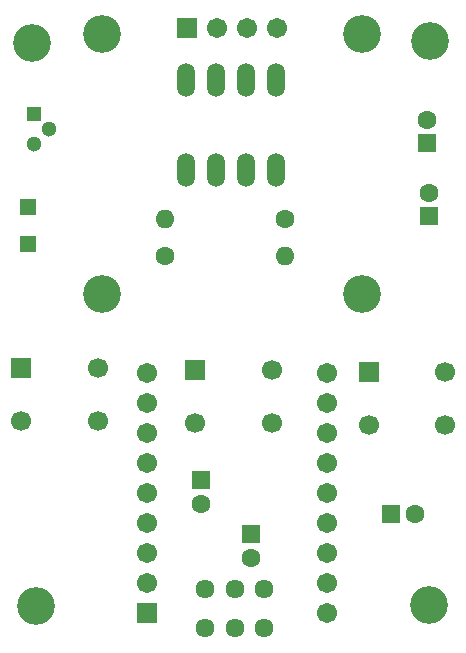
<source format=gbr>
%TF.GenerationSoftware,KiCad,Pcbnew,8.0.5*%
%TF.CreationDate,2026-02-13T21:56:33+07:00*%
%TF.ProjectId,Temperature_sensor,54656d70-6572-4617-9475-72655f73656e,rev?*%
%TF.SameCoordinates,Original*%
%TF.FileFunction,Soldermask,Bot*%
%TF.FilePolarity,Negative*%
%FSLAX46Y46*%
G04 Gerber Fmt 4.6, Leading zero omitted, Abs format (unit mm)*
G04 Created by KiCad (PCBNEW 8.0.5) date 2026-02-13 21:56:33*
%MOMM*%
%LPD*%
G01*
G04 APERTURE LIST*
G04 Aperture macros list*
%AMRoundRect*
0 Rectangle with rounded corners*
0 $1 Rounding radius*
0 $2 $3 $4 $5 $6 $7 $8 $9 X,Y pos of 4 corners*
0 Add a 4 corners polygon primitive as box body*
4,1,4,$2,$3,$4,$5,$6,$7,$8,$9,$2,$3,0*
0 Add four circle primitives for the rounded corners*
1,1,$1+$1,$2,$3*
1,1,$1+$1,$4,$5*
1,1,$1+$1,$6,$7*
1,1,$1+$1,$8,$9*
0 Add four rect primitives between the rounded corners*
20,1,$1+$1,$2,$3,$4,$5,0*
20,1,$1+$1,$4,$5,$6,$7,0*
20,1,$1+$1,$6,$7,$8,$9,0*
20,1,$1+$1,$8,$9,$2,$3,0*%
G04 Aperture macros list end*
%ADD10R,1.700000X1.700000*%
%ADD11C,1.700000*%
%ADD12R,1.600000X1.600000*%
%ADD13C,1.600000*%
%ADD14O,1.524800X2.845600*%
%ADD15C,3.200000*%
%ADD16R,1.350000X1.350000*%
%ADD17C,1.612000*%
%ADD18R,1.300000X1.300000*%
%ADD19C,1.300000*%
%ADD20C,1.712000*%
%ADD21RoundRect,0.102000X-0.754000X-0.754000X0.754000X-0.754000X0.754000X0.754000X-0.754000X0.754000X0*%
%ADD22O,1.600000X1.600000*%
%ADD23C,3.204000*%
G04 APERTURE END LIST*
D10*
%TO.C,SW2*%
X139675000Y-88435000D03*
D11*
X146175000Y-88435000D03*
X139675000Y-92935000D03*
X146175000Y-92935000D03*
%TD*%
D12*
%TO.C,C4*%
X159295000Y-69230113D03*
D13*
X159295000Y-67230113D03*
%TD*%
D14*
%TO.C,TC7660*%
X138935000Y-71515000D03*
X141475000Y-71515000D03*
X144015000Y-71515000D03*
X146555000Y-71515000D03*
X146555000Y-63895000D03*
X144015000Y-63895000D03*
X141475000Y-63895000D03*
X138935000Y-63895000D03*
%TD*%
D15*
%TO.C,H2*%
X159625000Y-60585000D03*
%TD*%
D12*
%TO.C,C3*%
X159465000Y-75405000D03*
D13*
X159465000Y-73405000D03*
%TD*%
D16*
%TO.C,-*%
X125595000Y-77725000D03*
%TD*%
D17*
%TO.C,OFF                   ON*%
X145555000Y-110255000D03*
X143055000Y-110255000D03*
X140555000Y-110255000D03*
X145555000Y-106955000D03*
X143055000Y-106955000D03*
X140555000Y-106955000D03*
%TD*%
D12*
%TO.C,C9*%
X156315000Y-100635000D03*
D13*
X158315000Y-100635000D03*
%TD*%
D10*
%TO.C,SW1*%
X124975000Y-88255000D03*
D11*
X131475000Y-88255000D03*
X124975000Y-92755000D03*
X131475000Y-92755000D03*
%TD*%
D15*
%TO.C,H1*%
X125885000Y-60695000D03*
%TD*%
D16*
%TO.C,+*%
X125595000Y-74615000D03*
%TD*%
D12*
%TO.C,C11*%
X144395000Y-102345000D03*
D13*
X144395000Y-104345000D03*
%TD*%
D15*
%TO.C,H4*%
X126265000Y-108385000D03*
%TD*%
D18*
%TO.C,LM35DZ*%
X126095000Y-66755000D03*
D19*
X127365000Y-68025000D03*
X126095000Y-69295000D03*
%TD*%
D12*
%TO.C,C2*%
X140160000Y-97750000D03*
D13*
X140160000Y-99750000D03*
%TD*%
D15*
%TO.C,H3*%
X159545000Y-108345000D03*
%TD*%
D10*
%TO.C,SW3*%
X154385000Y-88585000D03*
D11*
X160885000Y-88585000D03*
X154385000Y-93085000D03*
X160885000Y-93085000D03*
%TD*%
D20*
%TO.C,esp32s3zero*%
X135635000Y-101375000D03*
X135635000Y-98835000D03*
X135635000Y-96295000D03*
X135635000Y-103915000D03*
X135635000Y-93755000D03*
X135635000Y-91215000D03*
D21*
X135635000Y-108995000D03*
D20*
X135635000Y-88675000D03*
X150875000Y-88675000D03*
X150875000Y-91215000D03*
X150875000Y-93755000D03*
X150875000Y-96295000D03*
X150875000Y-98835000D03*
X150875000Y-101375000D03*
X150875000Y-103915000D03*
X135635000Y-106455000D03*
X150875000Y-106455000D03*
X150875000Y-108995000D03*
%TD*%
D13*
%TO.C,R4*%
X137155000Y-78725000D03*
D22*
X147315000Y-78725000D03*
%TD*%
D13*
%TO.C,R5*%
X147295000Y-75615000D03*
D22*
X137135000Y-75615000D03*
%TD*%
D21*
%TO.C,OLED*%
X138985000Y-59465000D03*
D20*
X141525000Y-59465000D03*
X144065000Y-59465000D03*
X146605000Y-59465000D03*
D23*
X131795000Y-59965000D03*
X153795000Y-59965000D03*
X153795000Y-81965000D03*
X131795000Y-81965000D03*
%TD*%
M02*

</source>
